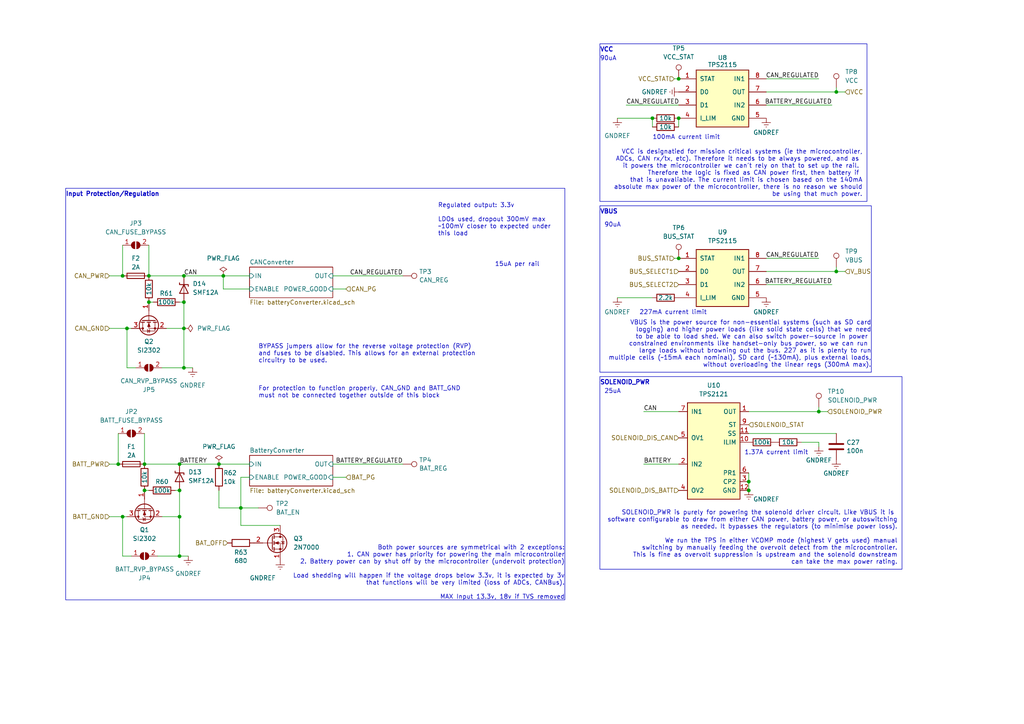
<source format=kicad_sch>
(kicad_sch (version 20250114) (generator "eeschema") (generator_version "9.0")
  (paper "A4")
  (lib_symbols
    (symbol "Device:Fuse" (pin_numbers (hide yes)) (pin_names (offset 0))
      (property "Reference" "F" (at 2.032 0 90))
      (property "Value" "Fuse" (at -1.905 0 90))
      (symbol "Fuse_0_1"
        (rectangle (start -0.762 -2.54) (end 0.762 2.54) (stroke (width 0.254)))
        (polyline (pts (xy 0 2.54) (xy 0 -2.54)))
      )
      (symbol "Fuse_1_1"
        (pin passive line (at 0 3.81 270) (length 1.27) (name "~") (number "1"))
        (pin passive line (at 0 -3.81 90) (length 1.27) (name "~") (number "2"))
      )
    )
    (symbol "Device:Q_NMOS_GSD" (pin_names (offset 0) (hide yes))
      (property "Reference" "Q" (at 5.08 1.27 0))
      (property "Value" "Q_NMOS_GSD" (at 5.08 -1.27 0))
      (symbol "Q_NMOS_GSD_0_1"
        (polyline (pts (xy 0.254 1.905) (xy 0.254 -1.905)) (stroke (width 0.254)))
        (polyline (pts (xy 0.254 0) (xy -2.54 0)))
        (polyline (pts (xy 0.762 2.286) (xy 0.762 1.27)) (stroke (width 0.254)))
        (polyline (pts (xy 0.762 0.508) (xy 0.762 -0.508)) (stroke (width 0.254)))
        (polyline (pts (xy 0.762 -1.27) (xy 0.762 -2.286)) (stroke (width 0.254)))
        (polyline (pts (xy 0.762 -1.778) (xy 3.302 -1.778) (xy 3.302 1.778) (xy 0.762 1.778)))
        (polyline (pts (xy 1.016 0) (xy 2.032 0.381) (xy 2.032 -0.381) (xy 1.016 0)) (fill (type outline)))
        (circle (center 1.651 0) (radius 2.794) (stroke (width 0.254)))
        (polyline (pts (xy 2.54 2.54) (xy 2.54 1.778)))
        (circle (center 2.54 1.778) (radius 0.254) (fill (type outline)))
        (circle (center 2.54 -1.778) (radius 0.254) (fill (type outline)))
        (polyline (pts (xy 2.54 -2.54) (xy 2.54 0) (xy 0.762 0)))
        (polyline (pts (xy 2.794 0.508) (xy 2.921 0.381) (xy 3.683 0.381) (xy 3.81 0.254)))
        (polyline (pts (xy 3.302 0.381) (xy 2.921 -0.254) (xy 3.683 -0.254) (xy 3.302 0.381)))
      )
      (symbol "Q_NMOS_GSD_1_1"
        (pin input line (at -5.08 0 0) (length 2.54) (name "G") (number "1"))
        (pin passive line (at 2.54 5.08 270) (length 2.54) (name "D") (number "3"))
        (pin passive line (at 2.54 -5.08 90) (length 2.54) (name "S") (number "2"))
      )
    )
    (symbol "Jumper:SolderJumper_2_Open" (pin_names (offset 0) (hide yes))
      (property "Reference" "JP" (at 0 2.032 0))
      (property "Value" "SolderJumper_2_Open" (at 0 -2.54 0))
      (symbol "SolderJumper_2_Open_0_1"
        (polyline (pts (xy -0.254 1.016) (xy -0.254 -1.016)))
        (arc (start -0.254 -1.016) (mid -1.2656 0) (end -0.254 1.016))
        (arc (start -0.254 -1.016) (mid -1.2656 0) (end -0.254 1.016) (fill (type outline)))
        (arc (start 0.254 1.016) (mid 1.2656 0) (end 0.254 -1.016))
        (arc (start 0.254 1.016) (mid 1.2656 0) (end 0.254 -1.016) (fill (type outline)))
        (polyline (pts (xy 0.254 1.016) (xy 0.254 -1.016)))
      )
      (symbol "SolderJumper_2_Open_1_1"
        (pin passive line (at -3.81 0 0) (length 2.54) (name "A") (number "1"))
        (pin passive line (at 3.81 0 180) (length 2.54) (name "B") (number "2"))
      )
    )
    (symbol "Library:C" (pin_numbers (hide yes)) (pin_names (offset 0.254))
      (property "Reference" "C" (at 0.635 2.54 0))
      (property "Value" "C" (at 0.635 -2.54 0))
      (symbol "C_0_1"
        (polyline (pts (xy -2.032 0.762) (xy 2.032 0.762)) (stroke (width 0.508)))
        (polyline (pts (xy -2.032 -0.762) (xy 2.032 -0.762)) (stroke (width 0.508)))
      )
      (symbol "C_1_1"
        (pin passive line (at 0 3.81 270) (length 2.794) (name "~") (number "1"))
        (pin passive line (at 0 -3.81 90) (length 2.794) (name "~") (number "2"))
      )
    )
    (symbol "Library:R" (pin_numbers (hide yes)) (pin_names (offset 0))
      (property "Reference" "R" (at 2.032 0 90))
      (property "Value" "R" (at 0 0 90))
      (symbol "R_0_1"
        (rectangle (start -1.016 -2.54) (end 1.016 2.54) (stroke (width 0.254)))
      )
      (symbol "R_1_1"
        (pin passive line (at 0 3.81 270) (length 1.27) (name "~") (number "1"))
        (pin passive line (at 0 -3.81 90) (length 1.27) (name "~") (number "2"))
      )
    )
    (symbol "Library:TestPoint" (pin_numbers (hide yes)) (pin_names (offset 0.762) (hide yes))
      (property "Reference" "TP" (at 0 6.858 0))
      (property "Value" "TestPoint" (at 0 5.08 0))
      (symbol "TestPoint_0_1"
        (circle (center 0 3.302) (radius 0.762))
      )
      (symbol "TestPoint_1_1"
        (pin passive line (at 0 0 90) (length 2.54) (name "1") (number "1"))
      )
    )
    (symbol "Project:D_TVS_SINGLE" (pin_numbers (hide yes)) (pin_names (offset 1.016) (hide yes))
      (property "Reference" "D" (at 0 2.54 0))
      (property "Value" "D_TVS_SINGLE" (at 0 -2.54 0))
      (symbol "D_TVS_SINGLE_0_1"
        (polyline (pts (xy -1.27 0) (xy -1.27 0) (xy 1.27 1.27) (xy 1.27 -1.27) (xy -1.27 0)) (stroke (width 0.254)))
        (polyline (pts (xy -0.762 1.27) (xy -1.27 1.27) (xy -1.27 -1.27) (xy -1.778 -1.27)) (stroke (width 0.254)))
        (polyline (pts (xy 1.27 0) (xy -1.27 0)))
      )
      (symbol "D_TVS_SINGLE_1_1"
        (pin passive line (at -3.81 0 0) (length 2.54) (name "A1") (number "1"))
        (pin passive line (at 3.81 0 180) (length 2.54) (name "A2") (number "2"))
      )
    )
    (symbol "Project:R" (pin_numbers (hide yes)) (pin_names (offset 0))
      (property "Reference" "R" (at 2.032 0 90))
      (property "Value" "R" (at 0 0 90))
      (symbol "R_0_1"
        (rectangle (start -1.016 -2.54) (end 1.016 2.54) (stroke (width 0.254)))
      )
      (symbol "R_1_1"
        (pin passive line (at 0 3.81 270) (length 1.27) (name "~") (number "1"))
        (pin passive line (at 0 -3.81 90) (length 1.27) (name "~") (number "2"))
      )
    )
    (symbol "Project:TPS2115" (pin_names (offset 1.016))
      (property "Reference" "U" (at 0 10.795 0))
      (property "Value" "TPS2115" (at 0 8.89 0))
      (property "JLC Part #" "C140321" (at 0 0 0))
      (symbol "TPS2115_0_1"
        (rectangle (start -7.62 7.62) (end 7.62 -8.89) (stroke (width 0.254)) (fill (type background)))
      )
      (symbol "TPS2115_1_1"
        (pin output line (at -12.7 5.08 0) (length 5.08) (name "STAT") (number "1"))
        (pin input line (at -12.7 1.27 0) (length 5.08) (name "D0") (number "2"))
        (pin input line (at -12.7 -2.54 0) (length 5.08) (name "D1") (number "3"))
        (pin output line (at -12.7 -6.35 0) (length 5.08) (name "I_LIM") (number "4"))
        (pin power_in line (at 12.7 5.08 180) (length 5.08) (name "IN1") (number "8"))
        (pin power_out line (at 12.7 1.27 180) (length 5.08) (name "OUT") (number "7"))
        (pin power_in line (at 12.7 -2.54 180) (length 5.08) (name "IN2") (number "6"))
        (pin power_in line (at 12.7 -6.35 180) (length 5.08) (name "GND") (number "5"))
      )
    )
    (symbol "Project:TPS2121" (pin_names (offset 1.016))
      (property "Reference" "U" (at 0 10.795 0))
      (property "Value" "TPS2121" (at 0 8.89 0))
      (symbol "TPS2121_0_0"
        (pin power_in line (at -10.16 5.08 0) (length 2.54) (name "IN1") (number "7"))
        (pin input line (at -10.16 -2.54 0) (length 2.54) (name "OV1") (number "5"))
        (pin power_in line (at -10.16 -10.16 0) (length 2.54) (name "IN2") (number "2"))
        (pin input line (at -10.16 -17.78 0) (length 2.54) (name "OV2") (number "4"))
        (pin power_out line (at 10.16 5.08 180) (length 2.54) (name "OUT") (number "1"))
        (pin output line (at 10.16 1.27 180) (length 2.54) (name "ST") (number "9"))
        (pin output line (at 10.16 -1.27 180) (length 2.54) (name "SS") (number "11"))
        (pin output line (at 10.16 -3.81 180) (length 2.54) (name "ILIM") (number "10"))
        (pin input line (at 10.16 -12.7 180) (length 2.54) (name "PR1") (number "6"))
        (pin input line (at 10.16 -15.24 180) (length 2.54) (name "CP2") (number "3"))
        (pin power_in line (at 10.16 -17.78 180) (length 2.54) (name "GND") (number "12"))
      )
      (symbol "TPS2121_0_1"
        (rectangle (start -7.62 7.62) (end 7.62 -20.32) (stroke (width 0.254)) (fill (type background)))
      )
      (symbol "TPS2121_1_0"
        (pin power_out line (at 10.16 5.08 180) (length 2.54) (hide yes) (name "OUT") (number "8"))
      )
    )
    (symbol "Transistor_FET:2N7000" (pin_names (hide yes))
      (property "Reference" "Q" (at 5.08 1.905 0))
      (property "Value" "2N7000" (at 5.08 0 0))
      (symbol "2N7000_0_1"
        (polyline (pts (xy 0.254 1.905) (xy 0.254 -1.905)) (stroke (width 0.254)))
        (polyline (pts (xy 0.254 0) (xy -2.54 0)))
        (polyline (pts (xy 0.762 2.286) (xy 0.762 1.27)) (stroke (width 0.254)))
        (polyline (pts (xy 0.762 0.508) (xy 0.762 -0.508)) (stroke (width 0.254)))
        (polyline (pts (xy 0.762 -1.27) (xy 0.762 -2.286)) (stroke (width 0.254)))
        (polyline (pts (xy 0.762 -1.778) (xy 3.302 -1.778) (xy 3.302 1.778) (xy 0.762 1.778)))
        (polyline (pts (xy 1.016 0) (xy 2.032 0.381) (xy 2.032 -0.381) (xy 1.016 0)) (fill (type outline)))
        (circle (center 1.651 0) (radius 2.794) (stroke (width 0.254)))
        (polyline (pts (xy 2.54 2.54) (xy 2.54 1.778)))
        (circle (center 2.54 1.778) (radius 0.254) (fill (type outline)))
        (circle (center 2.54 -1.778) (radius 0.254) (fill (type outline)))
        (polyline (pts (xy 2.54 -2.54) (xy 2.54 0) (xy 0.762 0)))
        (polyline (pts (xy 2.794 0.508) (xy 2.921 0.381) (xy 3.683 0.381) (xy 3.81 0.254)))
        (polyline (pts (xy 3.302 0.381) (xy 2.921 -0.254) (xy 3.683 -0.254) (xy 3.302 0.381)))
      )
      (symbol "2N7000_1_1"
        (pin input line (at -5.08 0 0) (length 2.54) (name "G") (number "2"))
        (pin passive line (at 2.54 5.08 270) (length 2.54) (name "D") (number "3"))
        (pin passive line (at 2.54 -5.08 90) (length 2.54) (name "S") (number "1"))
      )
    )
    (symbol "power:GNDREF" (power) (pin_names (offset 0))
      (property "Value" "GNDREF" (at 0 -3.81 0))
      (symbol "GNDREF_0_1"
        (polyline (pts (xy -0.635 -1.905) (xy 0.635 -1.905)))
        (polyline (pts (xy -0.127 -2.54) (xy 0.127 -2.54)))
        (polyline (pts (xy 0 -1.27) (xy 0 0)))
        (polyline (pts (xy 1.27 -1.27) (xy -1.27 -1.27)))
      )
      (symbol "GNDREF_1_1"
        (pin power_in line (at 0 0 270) (length 0) (hide yes) (name "GNDREF") (number "1"))
      )
    )
    (symbol "power:PWR_FLAG" (power) (pin_numbers (hide yes)) (pin_names (offset 0) (hide yes))
      (property "Value" "PWR_FLAG" (at 0 3.81 0))
      (symbol "PWR_FLAG_0_0"
        (pin power_out line (at 0 0 90) (length 0) (name "pwr") (number "1"))
      )
      (symbol "PWR_FLAG_0_1"
        (polyline (pts (xy 0 0) (xy 0 1.27) (xy -1.016 1.905) (xy 0 2.54) (xy 1.016 1.905) (xy 0 1.27)))
      )
    )
  )
  (rectangle (start 173.99 12.7) (end 251.46 58.42))
  (rectangle (start 173.99 109.22) (end 261.62 165.1))
  (rectangle (start 19.05 54.61) (end 163.83 173.99))
  (rectangle (start 173.99 59.69) (end 252.73 107.95))
  (text "Both power sources are symmetrical with 2 exceptions:\n1. CAN power has priority for powering the main microcontroller\n2. Battery power can by shut off by the microcontroller (undervolt protection)\n\nLoad shedding will happen if the voltage drops below 3.3v, it is expected by 3v\nthat functions will be very limited (loss of ADCs, CANBus).\n\nMAX Input 13.3v, 18v if TVS removed" (at 163.83 173.99 0) (effects (font (size 1.27 1.27)) (justify right bottom)))
  (text "SOLENOID_PWR" (at 173.99 111.76 0) (effects (font (size 1.27 1.27) (thickness 0.254) (bold yes)) (justify left bottom)))
  (text "25uA\n" (at 175.26 114.3 0) (effects (font (size 1.27 1.27)) (justify left bottom)))
  (text "VBUS is the power source for non-essential systems (such as SD card\nlogging) and higher power loads (like solid state cells) that we need\nto be able to load shed. We can also switch power-source in power \nconstrained environments like handset-only bus power, so we can run \nlarge loads without browning out the bus. 227 as it is plenty to run\nmultiple cells (~15mA each nominal), SD card (~130mA), plus external loads,\nwithout overloading the linear regs (300mA max)." (at 252.73 106.68 0) (effects (font (size 1.27 1.27)) (justify right bottom)))
  (text "15uA per rail" (at 143.51 77.47 0) (effects (font (size 1.27 1.27)) (justify left bottom)))
  (text "100mA current limit\n" (at 189.23 40.64 0) (effects (font (size 1.27 1.27)) (justify left bottom)))
  (text "90uA\n" (at 173.99 17.78 0) (effects (font (size 1.27 1.27)) (justify left bottom)))
  (text "Input Protection/Regulation" (at 19.05 57.15 0) (effects (font (size 1.27 1.27) (bold yes)) (justify left bottom)))
  (text "227mA current limit\n" (at 185.42 91.44 0) (effects (font (size 1.27 1.27)) (justify left bottom)))
  (text "VCC is designatied for mission critical systems (ie the microcontroller,\nADCs, CAN rx/tx, etc). Therefore it needs to be always powered, and as \nit powers the microcontroller we can't rely on that to set up the rail. \nTherefore the logic is fixed as CAN power first, then battery if \nthat is unavaliable. The current limit is chosen based on the 140mA\nabsolute max power of the microcontroller, there is no reason we should\nbe using that much power." (at 250.19 57.15 0) (effects (font (size 1.27 1.27)) (justify right bottom)))
  (text "VCC" (at 173.99 15.24 0) (effects (font (size 1.27 1.27) (thickness 0.254) (bold yes)) (justify left bottom)))
  (text "Regulated output: 3.3v\n\nLDOs used, dropout 300mV max\n~100mV closer to expected under\nthis load" (at 127 68.58 0) (effects (font (size 1.27 1.27)) (justify left bottom)))
  (text "VBUS" (at 173.99 62.23 0) (effects (font (size 1.27 1.27) (thickness 0.254) (bold yes)) (justify left bottom)))
  (text "For protection to function properly, CAN_GND and BATT_GND \nmust not be connected together outside of this block" (at 74.93 115.57 0) (effects (font (size 1.27 1.27)) (justify left bottom)))
  (text "1.37A current limit\n" (at 215.9 132.08 0) (effects (font (size 1.27 1.27)) (justify left bottom)))
  (text "90uA\n" (at 175.26 66.04 0) (effects (font (size 1.27 1.27)) (justify left bottom)))
  (text "BYPASS jumpers allow for the reverse voltage protection (RVP)\nand fuses to be disabled. This allows for an external protection\ncircuitry to be used." (at 74.93 105.41 0) (effects (font (size 1.27 1.27)) (justify left bottom)))
  (text "SOLENOID_PWR is purely for powering the solenoid driver circuit. Like VBUS it is \nsoftware configurable to draw from either CAN power, battery power, or autoswitching\nas needed. It bypasses the regulators (to minimise power loss).\n\nWe run the TPS in either VCOMP mode (highest V gets used) manual\nswitching by manually feeding the overvolt detect from the microcontroller.\nThis is fine as overvolt suppression is upstream and the solenoid downstream\ncan take the max power rating." (at 260.35 163.83 0) (effects (font (size 1.27 1.27)) (justify right bottom)))
  (junction (at 217.17 142.24))
  (junction (at 36.83 95.25))
  (junction (at 52.07 134.62))
  (junction (at 34.29 134.62))
  (junction (at 52.07 161.29))
  (junction (at 63.5 134.62))
  (junction (at 53.34 95.25))
  (junction (at 35.56 80.01))
  (junction (at 52.07 149.86))
  (junction (at 43.18 87.63))
  (junction (at 35.56 149.86))
  (junction (at 196.85 34.29))
  (junction (at 53.34 87.63))
  (junction (at 217.17 139.7))
  (junction (at 41.91 142.24))
  (junction (at 52.07 142.24))
  (junction (at 189.23 34.29))
  (junction (at 242.57 26.67))
  (junction (at 43.18 80.01))
  (junction (at 237.49 119.38))
  (junction (at 196.85 74.93))
  (junction (at 242.57 78.74))
  (junction (at 53.34 80.01))
  (junction (at 69.85 147.32))
  (junction (at 64.77 80.01))
  (junction (at 53.34 106.68))
  (junction (at 196.85 22.86))
  (junction (at 41.91 134.62))
  (wire (pts (xy 43.18 80.01) (xy 53.34 80.01)))
  (wire (pts (xy 222.25 30.48) (xy 241.3 30.48)))
  (wire (pts (xy 237.49 129.54) (xy 237.49 128.27)))
  (wire (pts (xy 52.07 134.62) (xy 63.5 134.62)))
  (wire (pts (xy 35.56 149.86) (xy 35.56 161.29)))
  (wire (pts (xy 189.23 34.29) (xy 189.23 36.83)))
  (wire (pts (xy 54.61 161.29) (xy 52.07 161.29)))
  (wire (pts (xy 52.07 87.63) (xy 53.34 87.63)))
  (wire (pts (xy 36.83 95.25) (xy 38.1 95.25)))
  (wire (pts (xy 245.11 26.67) (xy 242.57 26.67)))
  (wire (pts (xy 242.57 78.74) (xy 245.11 78.74)))
  (wire (pts (xy 217.17 137.16) (xy 217.17 139.7)))
  (wire (pts (xy 34.29 125.73) (xy 34.29 134.62)))
  (wire (pts (xy 31.75 149.86) (xy 35.56 149.86)))
  (wire (pts (xy 63.5 147.32) (xy 69.85 147.32)))
  (wire (pts (xy 64.77 80.01) (xy 72.39 80.01)))
  (wire (pts (xy 43.18 71.12) (xy 43.18 80.01)))
  (wire (pts (xy 240.03 119.38) (xy 237.49 119.38)))
  (wire (pts (xy 41.91 125.73) (xy 41.91 134.62)))
  (wire (pts (xy 48.26 95.25) (xy 53.34 95.25)))
  (wire (pts (xy 195.58 74.93) (xy 196.85 74.93)))
  (wire (pts (xy 186.69 119.38) (xy 196.85 119.38)))
  (wire (pts (xy 237.49 128.27) (xy 232.41 128.27)))
  (wire (pts (xy 53.34 87.63) (xy 53.34 95.25)))
  (wire (pts (xy 179.07 34.29) (xy 189.23 34.29)))
  (wire (pts (xy 41.91 134.62) (xy 52.07 134.62)))
  (wire (pts (xy 69.85 138.43) (xy 72.39 138.43)))
  (wire (pts (xy 52.07 149.86) (xy 52.07 142.24)))
  (wire (pts (xy 242.57 25.4) (xy 242.57 26.67)))
  (wire (pts (xy 64.77 83.82) (xy 72.39 83.82)))
  (wire (pts (xy 237.49 118.11) (xy 237.49 119.38)))
  (wire (pts (xy 63.5 134.62) (xy 72.39 134.62)))
  (wire (pts (xy 41.91 142.24) (xy 43.18 142.24)))
  (wire (pts (xy 34.29 134.62) (xy 31.75 134.62)))
  (wire (pts (xy 31.75 95.25) (xy 36.83 95.25)))
  (wire (pts (xy 181.61 30.48) (xy 196.85 30.48)))
  (wire (pts (xy 81.28 152.4) (xy 69.85 152.4)))
  (wire (pts (xy 242.57 77.47) (xy 242.57 78.74)))
  (wire (pts (xy 96.52 134.62) (xy 116.84 134.62)))
  (wire (pts (xy 63.5 147.32) (xy 63.5 142.24)))
  (wire (pts (xy 55.88 106.68) (xy 53.34 106.68)))
  (wire (pts (xy 96.52 80.01) (xy 116.84 80.01)))
  (wire (pts (xy 38.1 161.29) (xy 35.56 161.29)))
  (wire (pts (xy 64.77 83.82) (xy 64.77 80.01)))
  (wire (pts (xy 74.93 147.32) (xy 69.85 147.32)))
  (wire (pts (xy 222.25 22.86) (xy 237.49 22.86)))
  (wire (pts (xy 45.72 161.29) (xy 52.07 161.29)))
  (wire (pts (xy 196.85 34.29) (xy 196.85 36.83)))
  (wire (pts (xy 46.99 106.68) (xy 53.34 106.68)))
  (wire (pts (xy 222.25 82.55) (xy 241.3 82.55)))
  (wire (pts (xy 52.07 161.29) (xy 52.07 149.86)))
  (wire (pts (xy 237.49 119.38) (xy 217.17 119.38)))
  (wire (pts (xy 44.45 87.63) (xy 43.18 87.63)))
  (wire (pts (xy 195.58 22.86) (xy 196.85 22.86)))
  (wire (pts (xy 217.17 139.7) (xy 217.17 142.24)))
  (wire (pts (xy 35.56 71.12) (xy 35.56 80.01)))
  (wire (pts (xy 53.34 106.68) (xy 53.34 95.25)))
  (wire (pts (xy 179.07 86.36) (xy 189.23 86.36)))
  (wire (pts (xy 69.85 138.43) (xy 69.85 147.32)))
  (wire (pts (xy 39.37 106.68) (xy 36.83 106.68)))
  (wire (pts (xy 96.52 83.82) (xy 100.33 83.82)))
  (wire (pts (xy 242.57 26.67) (xy 222.25 26.67)))
  (wire (pts (xy 50.8 142.24) (xy 52.07 142.24)))
  (wire (pts (xy 36.83 95.25) (xy 36.83 106.68)))
  (wire (pts (xy 53.34 80.01) (xy 64.77 80.01)))
  (wire (pts (xy 35.56 149.86) (xy 36.83 149.86)))
  (wire (pts (xy 96.52 138.43) (xy 100.33 138.43)))
  (wire (pts (xy 242.57 125.73) (xy 217.17 125.73)))
  (wire (pts (xy 222.25 74.93) (xy 237.49 74.93)))
  (wire (pts (xy 69.85 152.4) (xy 69.85 147.32)))
  (wire (pts (xy 222.25 78.74) (xy 242.57 78.74)))
  (wire (pts (xy 35.56 80.01) (xy 31.75 80.01)))
  (wire (pts (xy 46.99 149.86) (xy 52.07 149.86)))
  (wire (pts (xy 186.69 134.62) (xy 196.85 134.62)))
  (label "BATTERY_REGULATED" (at 241.3 30.48 180))
  (label "CAN_REGULATED" (at 181.61 30.48 0))
  (label "CAN" (at 186.69 119.38 0))
  (label "CAN" (at 53.34 80.01 0))
  (label "CAN_REGULATED" (at 237.49 74.93 180))
  (label "BATTERY" (at 52.07 134.62 0))
  (label "BATTERY_REGULATED" (at 116.84 134.62 180))
  (label "BATTERY" (at 186.69 134.62 0))
  (label "CAN_REGULATED" (at 237.49 22.86 180))
  (label "BATTERY_REGULATED" (at 241.3 82.55 180))
  (label "CAN_REGULATED" (at 116.84 80.01 180))
  (hierarchical_label "BAT_OFF" (shape input) (at 66.04 157.48 180))
  (hierarchical_label "BUS_STAT" (shape input) (at 195.58 74.93 180))
  (hierarchical_label "CAN_PWR" (shape input) (at 31.75 80.01 180))
  (hierarchical_label "CAN_PG" (shape input) (at 100.33 83.82 0))
  (hierarchical_label "BUS_SELECT1" (shape input) (at 196.85 78.74 180))
  (hierarchical_label "SOLENOID_STAT" (shape input) (at 217.17 123.19 0))
  (hierarchical_label "VCC_STAT" (shape input) (at 195.58 22.86 180))
  (hierarchical_label "SOLENOID_PWR" (shape input) (at 240.03 119.38 0))
  (hierarchical_label "CAN_GND" (shape input) (at 31.75 95.25 180))
  (hierarchical_label "BAT_PG" (shape input) (at 100.33 138.43 0))
  (hierarchical_label "BUS_SELECT2" (shape input) (at 196.85 82.55 180))
  (hierarchical_label "SOLENOID_DIS_CAN" (shape input) (at 196.85 127 180))
  (hierarchical_label "V_BUS" (shape input) (at 245.11 78.74 0))
  (hierarchical_label "BATT_GND" (shape input) (at 31.75 149.86 180))
  (hierarchical_label "SOLENOID_DIS_BATT" (shape input) (at 196.85 142.24 180))
  (hierarchical_label "BATT_PWR" (shape input) (at 31.75 134.62 180))
  (hierarchical_label "VCC" (shape input) (at 245.11 26.67 0))
  (symbol (lib_id "Project:R") (at 69.85 157.48 270) (mirror x) (unit 1)
    (property "Reference" "R63" (at 69.85 160.2161 90))
    (property "Value" "680" (at 69.85 162.6403 90))
    (property "Footprint" "Resistor_SMD:R_0402_1005Metric" (effects (hide yes)))
    (property "MPN" "C25130" (effects (hide yes)))
  )
  (symbol (lib_id "power:GNDREF") (at 54.61 161.29 0) (unit 1)
    (property "Reference" "#PWR066" (effects (hide yes)))
    (property "Value" "GNDREF" (at 54.61 166.37 0))
  )
  (symbol (lib_id "power:PWR_FLAG") (at 63.5 134.62 0) (unit 1)
    (property "Reference" "#FLG02" (effects (hide yes)))
    (property "Value" "PWR_FLAG" (at 63.5 129.54 0))
  )
  (symbol (lib_id "Library:TestPoint") (at 196.85 22.86 0) (unit 1) (in_bom no)
    (property "Reference" "TP5" (at 196.85 13.97 0))
    (property "Value" "VCC_STAT" (at 196.85 16.51 0))
    (property "Footprint" "TestPoint:TestPoint_THTPad_D1.0mm_Drill0.5mm" (effects (hide yes)))
  )
  (symbol (lib_id "power:PWR_FLAG") (at 53.34 95.25 270) (unit 1)
    (property "Reference" "#FLG01" (effects (hide yes)))
    (property "Value" "PWR_FLAG" (at 57.15 95.25 90) (effects (justify left)))
  )
  (symbol (lib_id "Library:TestPoint") (at 242.57 25.4 0) (unit 1) (in_bom no)
    (property "Reference" "TP8" (at 245.11 20.828 0) (effects (justify left)))
    (property "Value" "VCC" (at 245.11 23.368 0) (effects (justify left)))
    (property "Footprint" "TestPoint:TestPoint_THTPad_D1.0mm_Drill0.5mm" (effects (hide yes)))
  )
  (symbol (lib_id "power:GNDREF") (at 179.07 86.36 0) (mirror y) (unit 1)
    (property "Reference" "#PWR070" (effects (hide yes)))
    (property "Value" "GNDREF" (at 179.07 90.4931 0))
  )
  (symbol (lib_id "Library:TestPoint") (at 237.49 118.11 0) (unit 1) (in_bom no)
    (property "Reference" "TP10" (at 240.03 113.538 0) (effects (justify left)))
    (property "Value" "SOLENOID_PWR" (at 240.03 116.078 0) (effects (justify left)))
    (property "Footprint" "TestPoint:TestPoint_THTPad_D1.0mm_Drill0.5mm" (effects (hide yes)))
  )
  (symbol (lib_id "Library:TestPoint") (at 242.57 77.47 0) (unit 1) (in_bom no)
    (property "Reference" "TP9" (at 245.11 72.898 0) (effects (justify left)))
    (property "Value" "VBUS" (at 245.11 75.438 0) (effects (justify left)))
    (property "Footprint" "TestPoint:TestPoint_THTPad_D1.0mm_Drill0.5mm" (effects (hide yes)))
  )
  (symbol (lib_id "Project:D_TVS_SINGLE") (at 53.34 83.82 270) (unit 1)
    (property "Reference" "D14" (at 55.88 82.296 90) (effects (justify left)))
    (property "Value" "SMF12A" (at 55.88 84.836 90) (effects (justify left)))
    (property "Footprint" "Diode_SMD:D_SOD-123F" (effects (hide yes)))
    (property "Datasheet" "https://datasheet.lcsc.com/lcsc/2304140030_Shandong-Jingdao-Microelectronics-SMF12A_C178259.pdf" (effects (hide yes)))
    (property "MPN" "C178259" (effects (hide yes)))
  )
  (symbol (lib_id "Library:R") (at 193.04 34.29 90) (unit 1)
    (property "Reference" "R65" (effects (hide yes)))
    (property "Value" "10k" (at 193.04 34.29 90))
    (property "Footprint" "Resistor_SMD:R_0402_1005Metric" (effects (hide yes)))
    (property "MPN" "C25744" (effects (hide yes)))
  )
  (symbol (lib_id "Library:R") (at 46.99 142.24 90) (unit 1)
    (property "Reference" "R60" (at 46.99 139.7 90))
    (property "Value" "100k" (at 46.99 142.24 90))
    (property "Footprint" "Resistor_SMD:R_0402_1005Metric" (effects (hide yes)))
    (property "MPN" "C25741" (effects (hide yes)))
  )
  (symbol (lib_id "Project:TPS2121") (at 207.01 124.46 0) (unit 1)
    (property "Reference" "U10" (at 207.01 111.76 0))
    (property "Value" "TPS2121" (at 207.01 114.3 0))
    (property "Footprint" "Package_DFN_QFN:Texas_VQFN-HR-12_2x2.5mm_P0.5mm" (effects (hide yes)))
    (property "Datasheet" "https://www.ti.com/lit/ds/symlink/tps2120.pdf" (effects (hide yes)))
    (property "JLC Part #" "C485916" (effects (hide yes)))
    (property "JlcRotOffset" "0" (effects (hide yes)))
  )
  (symbol (lib_id "power:GNDREF") (at 217.17 142.24 0) (unit 1)
    (property "Reference" "#PWR076" (effects (hide yes)))
    (property "Value" "GNDREF" (at 222.25 144.78 0))
  )
  (symbol (lib_id "power:PWR_FLAG") (at 64.77 80.01 0) (unit 1)
    (property "Reference" "#FLG03" (effects (hide yes)))
    (property "Value" "PWR_FLAG" (at 64.77 74.93 0))
  )
  (symbol (lib_id "Device:Q_NMOS_GSD") (at 43.18 92.71 90) (mirror x) (unit 1)
    (property "Reference" "Q2" (at 43.18 99.06 90))
    (property "Value" "SI2302" (at 43.18 101.6 90))
    (property "Footprint" "Package_TO_SOT_SMD:SOT-23" (effects (hide yes)))
    (property "Datasheet" "https://datasheet.lcsc.com/lcsc/1912111437_KEXIN-SI2302_C382300.pdf" (effects (hide yes)))
    (property "MPN" "C382300" (effects (hide yes)))
    (property "JlcRotOffset" "180" (effects (hide yes)))
  )
  (symbol (lib_id "Library:R") (at 193.04 86.36 90) (unit 1)
    (property "Reference" "R67" (effects (hide yes)))
    (property "Value" "2.2k" (at 193.04 86.36 90))
    (property "Footprint" "Resistor_SMD:R_0402_1005Metric" (effects (hide yes)))
    (property "MPN" "C25879" (effects (hide yes)))
  )
  (symbol (lib_id "Device:Fuse") (at 38.1 134.62 90) (unit 1)
    (property "Reference" "F1" (at 38.1 129.54 90))
    (property "Value" "2A" (at 38.1 132.08 90))
    (property "Footprint" "Fuse:Fuseholder_Littelfuse_Nano2_154x" (effects (hide yes)))
    (property "Datasheet" "https://datasheet.lcsc.com/lcsc/2304140030_Littelfuse-01550900M_C108518.pdf" (effects (hide yes)))
    (property "MPN" "C108518" (effects (hide yes)))
  )
  (symbol (lib_id "Library:TestPoint") (at 116.84 80.01 270) (unit 1) (in_bom no)
    (property "Reference" "TP3" (at 121.539 78.7979 90) (effects (justify left)))
    (property "Value" "CAN_REG" (at 121.539 81.2221 90) (effects (justify left)))
    (property "Footprint" "TestPoint:TestPoint_THTPad_D1.0mm_Drill0.5mm" (effects (hide yes)))
  )
  (symbol (lib_id "Device:Fuse") (at 39.37 80.01 90) (unit 1)
    (property "Reference" "F2" (at 39.37 74.93 90))
    (property "Value" "2A" (at 39.37 77.47 90))
    (property "Footprint" "Fuse:Fuseholder_Littelfuse_Nano2_154x" (effects (hide yes)))
    (property "Datasheet" "https://datasheet.lcsc.com/lcsc/2304140030_Littelfuse-01550900M_C108518.pdf" (effects (hide yes)))
    (property "MPN" "C108518" (effects (hide yes)))
  )
  (symbol (lib_id "Library:TestPoint") (at 196.85 74.93 0) (unit 1) (in_bom no)
    (property "Reference" "TP6" (at 196.85 66.04 0))
    (property "Value" "BUS_STAT" (at 196.85 68.58 0))
    (property "Footprint" "TestPoint:TestPoint_THTPad_D1.0mm_Drill0.5mm" (effects (hide yes)))
  )
  (symbol (lib_id "power:GNDREF") (at 237.49 129.54 0) (unit 1)
    (property "Reference" "#PWR077" (effects (hide yes)))
    (property "Value" "GNDREF" (at 237.49 133.485 0))
  )
  (symbol (lib_id "Library:TestPoint") (at 74.93 147.32 270) (unit 1) (in_bom no)
    (property "Reference" "TP2" (at 80.01 146.05 90) (effects (justify left)))
    (property "Value" "BAT_EN" (at 80.01 148.59 90) (effects (justify left)))
    (property "Footprint" "TestPoint:TestPoint_THTPad_D1.0mm_Drill0.5mm" (effects (hide yes)))
  )
  (symbol (lib_id "Library:R") (at 63.5 138.43 180) (unit 1)
    (property "Reference" "R62" (at 64.77 137.16 0) (effects (justify right)))
    (property "Value" "10k" (at 64.77 139.7 0) (effects (justify right)))
    (property "Footprint" "Resistor_SMD:R_0402_1005Metric" (effects (hide yes)))
    (property "MPN" "C25744" (effects (hide yes)))
  )
  (symbol (lib_id "Jumper:SolderJumper_2_Open") (at 41.91 161.29 0) (mirror x) (unit 1) (in_bom no)
    (property "Reference" "JP4" (at 41.91 167.64 0))
    (property "Value" "BATT_RVP_BYPASS" (at 41.91 165.1 0))
    (property "Footprint" "Jumper:SolderJumper-2_P1.3mm_Open_TrianglePad1.0x1.5mm" (effects (hide yes)))
  )
  (symbol (lib_id "Library:R") (at 220.98 128.27 90) (unit 1)
    (property "Reference" "R69" (effects (hide yes)))
    (property "Value" "100k" (at 220.98 128.27 90))
    (property "Footprint" "Resistor_SMD:R_0402_1005Metric" (effects (hide yes)))
    (property "MPN" "C25741" (effects (hide yes)))
  )
  (symbol (lib_id "Jumper:SolderJumper_2_Open") (at 38.1 125.73 0) (unit 1) (in_bom no)
    (property "Reference" "JP2" (at 38.1 119.38 0))
    (property "Value" "BATT_FUSE_BYPASS" (at 38.1 121.92 0))
    (property "Footprint" "Jumper:SolderJumper-2_P1.3mm_Open_TrianglePad1.0x1.5mm" (effects (hide yes)))
  )
  (symbol (lib_id "Library:R") (at 43.18 83.82 180) (unit 1)
    (property "Reference" "R59" (effects (hide yes)))
    (property "Value" "10k" (at 43.18 83.82 90))
    (property "Footprint" "Resistor_SMD:R_0402_1005Metric" (effects (hide yes)))
    (property "MPN" "C25744" (effects (hide yes)))
  )
  (symbol (lib_id "Jumper:SolderJumper_2_Open") (at 43.18 106.68 0) (mirror x) (unit 1) (in_bom no)
    (property "Reference" "JP5" (at 43.18 113.03 0))
    (property "Value" "CAN_RVP_BYPASS" (at 43.18 110.49 0))
    (property "Footprint" "Jumper:SolderJumper-2_P1.3mm_Open_TrianglePad1.0x1.5mm" (effects (hide yes)))
  )
  (symbol (lib_id "Transistor_FET:2N7000") (at 78.74 157.48 0) (unit 1)
    (property "Reference" "Q3" (at 85.09 156.21 0) (effects (justify left)))
    (property "Value" "2N7000" (at 85.09 158.75 0) (effects (justify left)))
    (property "Footprint" "Package_TO_SOT_SMD:SOT-23" (effects (hide yes)))
    (property "Datasheet" "https://www.vishay.com/docs/70226/70226.pdf" (effects (hide yes)))
    (property "MPN" "C8545" (effects (hide yes)))
    (property "JlcRotOffset" "180" (effects (hide yes)))
  )
  (symbol (lib_id "Library:R") (at 228.6 128.27 270) (unit 1)
    (property "Reference" "R70" (effects (hide yes)))
    (property "Value" "10k" (at 228.6 128.27 90))
    (property "Footprint" "Resistor_SMD:R_0402_1005Metric" (effects (hide yes)))
    (property "MPN" "C25744" (effects (hide yes)))
  )
  (symbol (lib_id "Jumper:SolderJumper_2_Open") (at 39.37 71.12 0) (unit 1) (in_bom no)
    (property "Reference" "JP3" (at 39.37 64.77 0))
    (property "Value" "CAN_FUSE_BYPASS" (at 39.37 67.31 0))
    (property "Footprint" "Jumper:SolderJumper-2_P1.3mm_Open_TrianglePad1.0x1.5mm" (effects (hide yes)))
  )
  (symbol (lib_id "Device:Q_NMOS_GSD") (at 41.91 147.32 90) (mirror x) (unit 1)
    (property "Reference" "Q1" (at 41.91 153.67 90))
    (property "Value" "SI2302" (at 41.91 156.21 90))
    (property "Footprint" "Package_TO_SOT_SMD:SOT-23" (effects (hide yes)))
    (property "Datasheet" "https://datasheet.lcsc.com/lcsc/1912111437_KEXIN-SI2302_C382300.pdf" (effects (hide yes)))
    (property "MPN" "C382300" (effects (hide yes)))
    (property "JlcRotOffset" "180" (effects (hide yes)))
  )
  (symbol (lib_id "power:GNDREF") (at 81.28 162.56 0) (unit 1)
    (property "Reference" "#PWR068" (effects (hide yes)))
    (property "Value" "GNDREF" (at 76.2 167.64 0))
  )
  (symbol (lib_id "Project:D_TVS_SINGLE") (at 52.07 138.43 270) (unit 1)
    (property "Reference" "D13" (at 54.61 136.906 90) (effects (justify left)))
    (property "Value" "SMF12A" (at 54.61 139.446 90) (effects (justify left)))
    (property "Footprint" "Diode_SMD:D_SOD-123F" (effects (hide yes)))
    (property "Datasheet" "https://datasheet.lcsc.com/lcsc/2304140030_Shandong-Jingdao-Microelectronics-SMF12A_C178259.pdf" (effects (hide yes)))
    (property "MPN" "C178259" (effects (hide yes)))
  )
  (symbol (lib_id "Library:TestPoint") (at 116.84 134.62 270) (unit 1) (in_bom no)
    (property "Reference" "TP4" (at 121.539 133.4079 90) (effects (justify left)))
    (property "Value" "BAT_REG" (at 121.539 135.8321 90) (effects (justify left)))
    (property "Footprint" "TestPoint:TestPoint_THTPad_D1.0mm_Drill0.5mm" (effects (hide yes)))
  )
  (symbol (lib_id "Library:C") (at 242.57 129.54 0) (unit 1)
    (property "Reference" "C27" (at 245.491 128.3279 0) (effects (justify left)))
    (property "Value" "100n" (at 245.491 130.7521 0) (effects (justify left)))
    (property "Footprint" "Capacitor_SMD:C_0603_1608Metric" (effects (hide yes)))
    (property "MPN" "C14663" (effects (hide yes)))
  )
  (symbol (lib_id "Project:TPS2115") (at 209.55 80.01 0) (unit 1)
    (property "Reference" "U9" (at 209.55 67.31 0))
    (property "Value" "TPS2115" (at 209.55 69.85 0))
    (property "Footprint" "Library:VSON-8_3.3x3.3mm_P0.65mm_NexFET" (effects (hide yes)))
    (property "Datasheet" "https://www.ti.com/lit/ds/symlink/tps2114.pdf" (effects (hide yes)))
    (property "MPN" "C140321" (effects (hide yes)))
    (property "JLCPCB Rotation Offset" "90" (effects (hide yes)))
  )
  (symbol (lib_id "Library:R") (at 41.91 138.43 180) (unit 1)
    (property "Reference" "R58" (effects (hide yes)))
    (property "Value" "10k" (at 41.91 138.43 90))
    (property "Footprint" "Resistor_SMD:R_0402_1005Metric" (effects (hide yes)))
    (property "MPN" "C25744" (effects (hide yes)))
  )
  (symbol (lib_id "Project:TPS2115") (at 209.55 27.94 0) (unit 1)
    (property "Reference" "U8" (at 209.55 16.74 0))
    (property "Value" "TPS2115" (at 209.55 18.788 0))
    (property "Footprint" "Library:VSON-8_3.3x3.3mm_P0.65mm_NexFET" (effects (hide yes)))
    (property "Datasheet" "https://www.ti.com/lit/ds/symlink/tps2114.pdf" (effects (hide yes)))
    (property "MPN" "C140321" (effects (hide yes)))
    (property "JLCPCB Rotation Offset" "90" (effects (hide yes)))
  )
  (symbol (lib_id "Library:R") (at 193.04 36.83 90) (unit 1)
    (property "Reference" "R66" (effects (hide yes)))
    (property "Value" "10k" (at 193.04 36.83 90))
    (property "Footprint" "Resistor_SMD:R_0402_1005Metric" (effects (hide yes)))
    (property "MPN" "C25744" (effects (hide yes)))
  )
  (symbol (lib_id "power:GNDREF") (at 55.88 106.68 0) (unit 1)
    (property "Reference" "#PWR067" (effects (hide yes)))
    (property "Value" "GNDREF" (at 55.88 111.76 0))
  )
  (symbol (lib_id "power:GNDREF") (at 196.85 26.67 270) (mirror x) (unit 1)
    (property "Reference" "#PWR072" (effects (hide yes)))
    (property "Value" "GNDREF" (at 193.675 26.67 90) (effects (justify right)))
  )
  (symbol (lib_id "power:GNDREF") (at 222.25 34.29 0) (mirror y) (unit 1)
    (property "Reference" "#PWR073" (effects (hide yes)))
    (property "Value" "GNDREF" (at 222.25 38.4231 0))
  )
  (symbol (lib_id "power:GNDREF") (at 222.25 86.36 0) (mirror y) (unit 1)
    (property "Reference" "#PWR074" (effects (hide yes)))
    (property "Value" "GNDREF" (at 222.25 90.4931 0))
  )
  (symbol (lib_id "Library:R") (at 48.26 87.63 90) (unit 1)
    (property "Reference" "R61" (at 48.26 85.09 90))
    (property "Value" "100k" (at 48.26 87.63 90))
    (property "Footprint" "Resistor_SMD:R_0402_1005Metric" (effects (hide yes)))
    (property "MPN" "C25741" (effects (hide yes)))
  )
  (symbol (lib_id "power:GNDREF") (at 242.57 133.35 0) (unit 1)
    (property "Reference" "#PWR075" (effects (hide yes)))
    (property "Value" "GNDREF" (at 242.57 137.295 0))
  )
  (symbol (lib_id "power:GNDREF") (at 179.07 34.29 0) (mirror y) (unit 1)
    (property "Reference" "#PWR069" (effects (hide yes)))
    (property "Value" "GNDREF" (at 179.07 39.37 0))
  )
  (sheet (at 72.39 132.08) (size 24.13 8.89) (stroke (width 0.1524))
    (property "Sheetname" "BatteryConverter" (at 72.39 131.3684 0) (effects (justify left bottom)))
    (property "Sheetfile" "batteryConverter.kicad_sch" (at 72.39 141.5546 0) (effects (justify left top)))
    (pin "OUT" input (at 96.52 134.62 0))
    (pin "IN" input (at 72.39 134.62 180))
    (pin "ENABLE" input (at 72.39 138.43 180))
    (pin "POWER_GOOD" input (at 96.52 138.43 0))
  )
  (sheet (at 72.39 77.47) (size 24.13 8.89) (stroke (width 0.1524))
    (property "Sheetname" "CANConverter" (at 72.39 76.7584 0) (effects (justify left bottom)))
    (property "Sheetfile" "batteryConverter.kicad_sch" (at 72.39 86.9446 0) (effects (justify left top)))
    (pin "OUT" input (at 96.52 80.01 0))
    (pin "IN" input (at 72.39 80.01 180))
    (pin "ENABLE" input (at 72.39 83.82 180))
    (pin "POWER_GOOD" input (at 96.52 83.82 0))
  )
)
</source>
